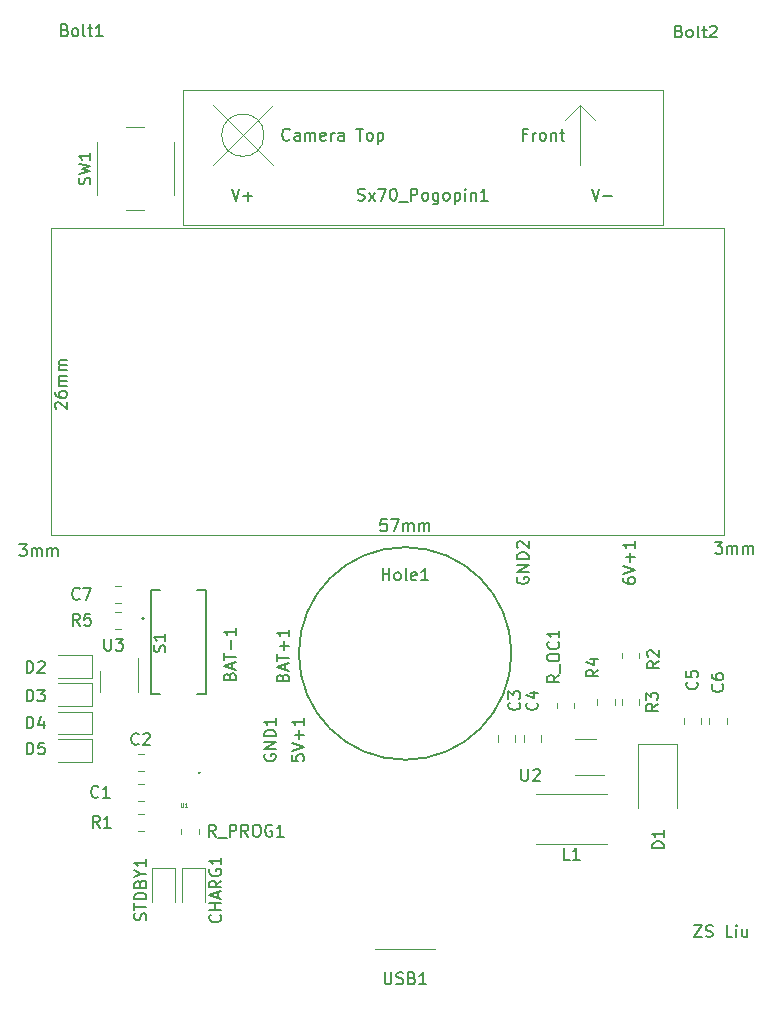
<source format=gbr>
%TF.GenerationSoftware,KiCad,Pcbnew,(6.0.7)*%
%TF.CreationDate,2023-03-26T23:22:16+08:00*%
%TF.ProjectId,sx70battery,73783730-6261-4747-9465-72792e6b6963,rev?*%
%TF.SameCoordinates,Original*%
%TF.FileFunction,Legend,Top*%
%TF.FilePolarity,Positive*%
%FSLAX46Y46*%
G04 Gerber Fmt 4.6, Leading zero omitted, Abs format (unit mm)*
G04 Created by KiCad (PCBNEW (6.0.7)) date 2023-03-26 23:22:16*
%MOMM*%
%LPD*%
G01*
G04 APERTURE LIST*
%ADD10C,0.150000*%
%ADD11C,0.050000*%
%ADD12C,0.080000*%
%ADD13C,0.120000*%
%ADD14C,0.254000*%
%ADD15C,0.127000*%
%ADD16C,0.200000*%
G04 APERTURE END LIST*
D10*
X159000000Y-100000000D02*
G75*
G03*
X159000000Y-100000000I-9000000J0D01*
G01*
D11*
X120000000Y-64000000D02*
X177000000Y-64000000D01*
X177000000Y-64000000D02*
X177000000Y-90000000D01*
X177000000Y-90000000D02*
X120000000Y-90000000D01*
X120000000Y-90000000D02*
X120000000Y-64000000D01*
D10*
X120447619Y-79295238D02*
X120400000Y-79247619D01*
X120352380Y-79152380D01*
X120352380Y-78914285D01*
X120400000Y-78819047D01*
X120447619Y-78771428D01*
X120542857Y-78723809D01*
X120638095Y-78723809D01*
X120780952Y-78771428D01*
X121352380Y-79342857D01*
X121352380Y-78723809D01*
X120352380Y-77866666D02*
X120352380Y-78057142D01*
X120400000Y-78152380D01*
X120447619Y-78200000D01*
X120590476Y-78295238D01*
X120780952Y-78342857D01*
X121161904Y-78342857D01*
X121257142Y-78295238D01*
X121304761Y-78247619D01*
X121352380Y-78152380D01*
X121352380Y-77961904D01*
X121304761Y-77866666D01*
X121257142Y-77819047D01*
X121161904Y-77771428D01*
X120923809Y-77771428D01*
X120828571Y-77819047D01*
X120780952Y-77866666D01*
X120733333Y-77961904D01*
X120733333Y-78152380D01*
X120780952Y-78247619D01*
X120828571Y-78295238D01*
X120923809Y-78342857D01*
X121352380Y-77342857D02*
X120685714Y-77342857D01*
X120780952Y-77342857D02*
X120733333Y-77295238D01*
X120685714Y-77200000D01*
X120685714Y-77057142D01*
X120733333Y-76961904D01*
X120828571Y-76914285D01*
X121352380Y-76914285D01*
X120828571Y-76914285D02*
X120733333Y-76866666D01*
X120685714Y-76771428D01*
X120685714Y-76628571D01*
X120733333Y-76533333D01*
X120828571Y-76485714D01*
X121352380Y-76485714D01*
X121352380Y-76009523D02*
X120685714Y-76009523D01*
X120780952Y-76009523D02*
X120733333Y-75961904D01*
X120685714Y-75866666D01*
X120685714Y-75723809D01*
X120733333Y-75628571D01*
X120828571Y-75580952D01*
X121352380Y-75580952D01*
X120828571Y-75580952D02*
X120733333Y-75533333D01*
X120685714Y-75438095D01*
X120685714Y-75295238D01*
X120733333Y-75200000D01*
X120828571Y-75152380D01*
X121352380Y-75152380D01*
X174464285Y-123002380D02*
X175130952Y-123002380D01*
X174464285Y-124002380D01*
X175130952Y-124002380D01*
X175464285Y-123954761D02*
X175607142Y-124002380D01*
X175845238Y-124002380D01*
X175940476Y-123954761D01*
X175988095Y-123907142D01*
X176035714Y-123811904D01*
X176035714Y-123716666D01*
X175988095Y-123621428D01*
X175940476Y-123573809D01*
X175845238Y-123526190D01*
X175654761Y-123478571D01*
X175559523Y-123430952D01*
X175511904Y-123383333D01*
X175464285Y-123288095D01*
X175464285Y-123192857D01*
X175511904Y-123097619D01*
X175559523Y-123050000D01*
X175654761Y-123002380D01*
X175892857Y-123002380D01*
X176035714Y-123050000D01*
X177702380Y-124002380D02*
X177226190Y-124002380D01*
X177226190Y-123002380D01*
X178035714Y-124002380D02*
X178035714Y-123335714D01*
X178035714Y-123002380D02*
X177988095Y-123050000D01*
X178035714Y-123097619D01*
X178083333Y-123050000D01*
X178035714Y-123002380D01*
X178035714Y-123097619D01*
X178940476Y-123335714D02*
X178940476Y-124002380D01*
X178511904Y-123335714D02*
X178511904Y-123859523D01*
X178559523Y-123954761D01*
X178654761Y-124002380D01*
X178797619Y-124002380D01*
X178892857Y-123954761D01*
X178940476Y-123907142D01*
X148428571Y-88652380D02*
X147952380Y-88652380D01*
X147904761Y-89128571D01*
X147952380Y-89080952D01*
X148047619Y-89033333D01*
X148285714Y-89033333D01*
X148380952Y-89080952D01*
X148428571Y-89128571D01*
X148476190Y-89223809D01*
X148476190Y-89461904D01*
X148428571Y-89557142D01*
X148380952Y-89604761D01*
X148285714Y-89652380D01*
X148047619Y-89652380D01*
X147952380Y-89604761D01*
X147904761Y-89557142D01*
X148809523Y-88652380D02*
X149476190Y-88652380D01*
X149047619Y-89652380D01*
X149857142Y-89652380D02*
X149857142Y-88985714D01*
X149857142Y-89080952D02*
X149904761Y-89033333D01*
X150000000Y-88985714D01*
X150142857Y-88985714D01*
X150238095Y-89033333D01*
X150285714Y-89128571D01*
X150285714Y-89652380D01*
X150285714Y-89128571D02*
X150333333Y-89033333D01*
X150428571Y-88985714D01*
X150571428Y-88985714D01*
X150666666Y-89033333D01*
X150714285Y-89128571D01*
X150714285Y-89652380D01*
X151190476Y-89652380D02*
X151190476Y-88985714D01*
X151190476Y-89080952D02*
X151238095Y-89033333D01*
X151333333Y-88985714D01*
X151476190Y-88985714D01*
X151571428Y-89033333D01*
X151619047Y-89128571D01*
X151619047Y-89652380D01*
X151619047Y-89128571D02*
X151666666Y-89033333D01*
X151761904Y-88985714D01*
X151904761Y-88985714D01*
X152000000Y-89033333D01*
X152047619Y-89128571D01*
X152047619Y-89652380D01*
X117333333Y-90752380D02*
X117952380Y-90752380D01*
X117619047Y-91133333D01*
X117761904Y-91133333D01*
X117857142Y-91180952D01*
X117904761Y-91228571D01*
X117952380Y-91323809D01*
X117952380Y-91561904D01*
X117904761Y-91657142D01*
X117857142Y-91704761D01*
X117761904Y-91752380D01*
X117476190Y-91752380D01*
X117380952Y-91704761D01*
X117333333Y-91657142D01*
X118380952Y-91752380D02*
X118380952Y-91085714D01*
X118380952Y-91180952D02*
X118428571Y-91133333D01*
X118523809Y-91085714D01*
X118666666Y-91085714D01*
X118761904Y-91133333D01*
X118809523Y-91228571D01*
X118809523Y-91752380D01*
X118809523Y-91228571D02*
X118857142Y-91133333D01*
X118952380Y-91085714D01*
X119095238Y-91085714D01*
X119190476Y-91133333D01*
X119238095Y-91228571D01*
X119238095Y-91752380D01*
X119714285Y-91752380D02*
X119714285Y-91085714D01*
X119714285Y-91180952D02*
X119761904Y-91133333D01*
X119857142Y-91085714D01*
X120000000Y-91085714D01*
X120095238Y-91133333D01*
X120142857Y-91228571D01*
X120142857Y-91752380D01*
X120142857Y-91228571D02*
X120190476Y-91133333D01*
X120285714Y-91085714D01*
X120428571Y-91085714D01*
X120523809Y-91133333D01*
X120571428Y-91228571D01*
X120571428Y-91752380D01*
X176233333Y-90552380D02*
X176852380Y-90552380D01*
X176519047Y-90933333D01*
X176661904Y-90933333D01*
X176757142Y-90980952D01*
X176804761Y-91028571D01*
X176852380Y-91123809D01*
X176852380Y-91361904D01*
X176804761Y-91457142D01*
X176757142Y-91504761D01*
X176661904Y-91552380D01*
X176376190Y-91552380D01*
X176280952Y-91504761D01*
X176233333Y-91457142D01*
X177280952Y-91552380D02*
X177280952Y-90885714D01*
X177280952Y-90980952D02*
X177328571Y-90933333D01*
X177423809Y-90885714D01*
X177566666Y-90885714D01*
X177661904Y-90933333D01*
X177709523Y-91028571D01*
X177709523Y-91552380D01*
X177709523Y-91028571D02*
X177757142Y-90933333D01*
X177852380Y-90885714D01*
X177995238Y-90885714D01*
X178090476Y-90933333D01*
X178138095Y-91028571D01*
X178138095Y-91552380D01*
X178614285Y-91552380D02*
X178614285Y-90885714D01*
X178614285Y-90980952D02*
X178661904Y-90933333D01*
X178757142Y-90885714D01*
X178900000Y-90885714D01*
X178995238Y-90933333D01*
X179042857Y-91028571D01*
X179042857Y-91552380D01*
X179042857Y-91028571D02*
X179090476Y-90933333D01*
X179185714Y-90885714D01*
X179328571Y-90885714D01*
X179423809Y-90933333D01*
X179471428Y-91028571D01*
X179471428Y-91552380D01*
%TO.C,C7*%
X122433333Y-95357142D02*
X122385714Y-95404761D01*
X122242857Y-95452380D01*
X122147619Y-95452380D01*
X122004761Y-95404761D01*
X121909523Y-95309523D01*
X121861904Y-95214285D01*
X121814285Y-95023809D01*
X121814285Y-94880952D01*
X121861904Y-94690476D01*
X121909523Y-94595238D01*
X122004761Y-94500000D01*
X122147619Y-94452380D01*
X122242857Y-94452380D01*
X122385714Y-94500000D01*
X122433333Y-94547619D01*
X122766666Y-94452380D02*
X123433333Y-94452380D01*
X123004761Y-95452380D01*
%TO.C,SW1*%
X123304761Y-60283333D02*
X123352380Y-60140476D01*
X123352380Y-59902380D01*
X123304761Y-59807142D01*
X123257142Y-59759523D01*
X123161904Y-59711904D01*
X123066666Y-59711904D01*
X122971428Y-59759523D01*
X122923809Y-59807142D01*
X122876190Y-59902380D01*
X122828571Y-60092857D01*
X122780952Y-60188095D01*
X122733333Y-60235714D01*
X122638095Y-60283333D01*
X122542857Y-60283333D01*
X122447619Y-60235714D01*
X122400000Y-60188095D01*
X122352380Y-60092857D01*
X122352380Y-59854761D01*
X122400000Y-59711904D01*
X122352380Y-59378571D02*
X123352380Y-59140476D01*
X122638095Y-58950000D01*
X123352380Y-58759523D01*
X122352380Y-58521428D01*
X123352380Y-57616666D02*
X123352380Y-58188095D01*
X123352380Y-57902380D02*
X122352380Y-57902380D01*
X122495238Y-57997619D01*
X122590476Y-58092857D01*
X122638095Y-58188095D01*
%TO.C,R4*%
X166352380Y-101366666D02*
X165876190Y-101700000D01*
X166352380Y-101938095D02*
X165352380Y-101938095D01*
X165352380Y-101557142D01*
X165400000Y-101461904D01*
X165447619Y-101414285D01*
X165542857Y-101366666D01*
X165685714Y-101366666D01*
X165780952Y-101414285D01*
X165828571Y-101461904D01*
X165876190Y-101557142D01*
X165876190Y-101938095D01*
X165685714Y-100509523D02*
X166352380Y-100509523D01*
X165304761Y-100747619D02*
X166019047Y-100985714D01*
X166019047Y-100366666D01*
%TO.C,U2*%
X159838095Y-109802380D02*
X159838095Y-110611904D01*
X159885714Y-110707142D01*
X159933333Y-110754761D01*
X160028571Y-110802380D01*
X160219047Y-110802380D01*
X160314285Y-110754761D01*
X160361904Y-110707142D01*
X160409523Y-110611904D01*
X160409523Y-109802380D01*
X160838095Y-109897619D02*
X160885714Y-109850000D01*
X160980952Y-109802380D01*
X161219047Y-109802380D01*
X161314285Y-109850000D01*
X161361904Y-109897619D01*
X161409523Y-109992857D01*
X161409523Y-110088095D01*
X161361904Y-110230952D01*
X160790476Y-110802380D01*
X161409523Y-110802380D01*
%TO.C,R_PROG1*%
X133953571Y-115502380D02*
X133620238Y-115026190D01*
X133382142Y-115502380D02*
X133382142Y-114502380D01*
X133763095Y-114502380D01*
X133858333Y-114550000D01*
X133905952Y-114597619D01*
X133953571Y-114692857D01*
X133953571Y-114835714D01*
X133905952Y-114930952D01*
X133858333Y-114978571D01*
X133763095Y-115026190D01*
X133382142Y-115026190D01*
X134144047Y-115597619D02*
X134905952Y-115597619D01*
X135144047Y-115502380D02*
X135144047Y-114502380D01*
X135525000Y-114502380D01*
X135620238Y-114550000D01*
X135667857Y-114597619D01*
X135715476Y-114692857D01*
X135715476Y-114835714D01*
X135667857Y-114930952D01*
X135620238Y-114978571D01*
X135525000Y-115026190D01*
X135144047Y-115026190D01*
X136715476Y-115502380D02*
X136382142Y-115026190D01*
X136144047Y-115502380D02*
X136144047Y-114502380D01*
X136525000Y-114502380D01*
X136620238Y-114550000D01*
X136667857Y-114597619D01*
X136715476Y-114692857D01*
X136715476Y-114835714D01*
X136667857Y-114930952D01*
X136620238Y-114978571D01*
X136525000Y-115026190D01*
X136144047Y-115026190D01*
X137334523Y-114502380D02*
X137525000Y-114502380D01*
X137620238Y-114550000D01*
X137715476Y-114645238D01*
X137763095Y-114835714D01*
X137763095Y-115169047D01*
X137715476Y-115359523D01*
X137620238Y-115454761D01*
X137525000Y-115502380D01*
X137334523Y-115502380D01*
X137239285Y-115454761D01*
X137144047Y-115359523D01*
X137096428Y-115169047D01*
X137096428Y-114835714D01*
X137144047Y-114645238D01*
X137239285Y-114550000D01*
X137334523Y-114502380D01*
X138715476Y-114550000D02*
X138620238Y-114502380D01*
X138477380Y-114502380D01*
X138334523Y-114550000D01*
X138239285Y-114645238D01*
X138191666Y-114740476D01*
X138144047Y-114930952D01*
X138144047Y-115073809D01*
X138191666Y-115264285D01*
X138239285Y-115359523D01*
X138334523Y-115454761D01*
X138477380Y-115502380D01*
X138572619Y-115502380D01*
X138715476Y-115454761D01*
X138763095Y-115407142D01*
X138763095Y-115073809D01*
X138572619Y-115073809D01*
X139715476Y-115502380D02*
X139144047Y-115502380D01*
X139429761Y-115502380D02*
X139429761Y-114502380D01*
X139334523Y-114645238D01*
X139239285Y-114740476D01*
X139144047Y-114788095D01*
%TO.C,L1*%
X163933333Y-117452380D02*
X163457142Y-117452380D01*
X163457142Y-116452380D01*
X164790476Y-117452380D02*
X164219047Y-117452380D01*
X164504761Y-117452380D02*
X164504761Y-116452380D01*
X164409523Y-116595238D01*
X164314285Y-116690476D01*
X164219047Y-116738095D01*
%TO.C,5V+1*%
X140422380Y-108600714D02*
X140422380Y-109076904D01*
X140898571Y-109124523D01*
X140850952Y-109076904D01*
X140803333Y-108981666D01*
X140803333Y-108743571D01*
X140850952Y-108648333D01*
X140898571Y-108600714D01*
X140993809Y-108553095D01*
X141231904Y-108553095D01*
X141327142Y-108600714D01*
X141374761Y-108648333D01*
X141422380Y-108743571D01*
X141422380Y-108981666D01*
X141374761Y-109076904D01*
X141327142Y-109124523D01*
X140422380Y-108267380D02*
X141422380Y-107934047D01*
X140422380Y-107600714D01*
X141041428Y-107267380D02*
X141041428Y-106505476D01*
X141422380Y-106886428D02*
X140660476Y-106886428D01*
X141422380Y-105505476D02*
X141422380Y-106076904D01*
X141422380Y-105791190D02*
X140422380Y-105791190D01*
X140565238Y-105886428D01*
X140660476Y-105981666D01*
X140708095Y-106076904D01*
%TO.C,C3*%
X159657142Y-104166666D02*
X159704761Y-104214285D01*
X159752380Y-104357142D01*
X159752380Y-104452380D01*
X159704761Y-104595238D01*
X159609523Y-104690476D01*
X159514285Y-104738095D01*
X159323809Y-104785714D01*
X159180952Y-104785714D01*
X158990476Y-104738095D01*
X158895238Y-104690476D01*
X158800000Y-104595238D01*
X158752380Y-104452380D01*
X158752380Y-104357142D01*
X158800000Y-104214285D01*
X158847619Y-104166666D01*
X158752380Y-103833333D02*
X158752380Y-103214285D01*
X159133333Y-103547619D01*
X159133333Y-103404761D01*
X159180952Y-103309523D01*
X159228571Y-103261904D01*
X159323809Y-103214285D01*
X159561904Y-103214285D01*
X159657142Y-103261904D01*
X159704761Y-103309523D01*
X159752380Y-103404761D01*
X159752380Y-103690476D01*
X159704761Y-103785714D01*
X159657142Y-103833333D01*
%TO.C,C5*%
X174707142Y-102416666D02*
X174754761Y-102464285D01*
X174802380Y-102607142D01*
X174802380Y-102702380D01*
X174754761Y-102845238D01*
X174659523Y-102940476D01*
X174564285Y-102988095D01*
X174373809Y-103035714D01*
X174230952Y-103035714D01*
X174040476Y-102988095D01*
X173945238Y-102940476D01*
X173850000Y-102845238D01*
X173802380Y-102702380D01*
X173802380Y-102607142D01*
X173850000Y-102464285D01*
X173897619Y-102416666D01*
X173802380Y-101511904D02*
X173802380Y-101988095D01*
X174278571Y-102035714D01*
X174230952Y-101988095D01*
X174183333Y-101892857D01*
X174183333Y-101654761D01*
X174230952Y-101559523D01*
X174278571Y-101511904D01*
X174373809Y-101464285D01*
X174611904Y-101464285D01*
X174707142Y-101511904D01*
X174754761Y-101559523D01*
X174802380Y-101654761D01*
X174802380Y-101892857D01*
X174754761Y-101988095D01*
X174707142Y-102035714D01*
%TO.C,USB1*%
X148261904Y-126992380D02*
X148261904Y-127801904D01*
X148309523Y-127897142D01*
X148357142Y-127944761D01*
X148452380Y-127992380D01*
X148642857Y-127992380D01*
X148738095Y-127944761D01*
X148785714Y-127897142D01*
X148833333Y-127801904D01*
X148833333Y-126992380D01*
X149261904Y-127944761D02*
X149404761Y-127992380D01*
X149642857Y-127992380D01*
X149738095Y-127944761D01*
X149785714Y-127897142D01*
X149833333Y-127801904D01*
X149833333Y-127706666D01*
X149785714Y-127611428D01*
X149738095Y-127563809D01*
X149642857Y-127516190D01*
X149452380Y-127468571D01*
X149357142Y-127420952D01*
X149309523Y-127373333D01*
X149261904Y-127278095D01*
X149261904Y-127182857D01*
X149309523Y-127087619D01*
X149357142Y-127040000D01*
X149452380Y-126992380D01*
X149690476Y-126992380D01*
X149833333Y-127040000D01*
X150595238Y-127468571D02*
X150738095Y-127516190D01*
X150785714Y-127563809D01*
X150833333Y-127659047D01*
X150833333Y-127801904D01*
X150785714Y-127897142D01*
X150738095Y-127944761D01*
X150642857Y-127992380D01*
X150261904Y-127992380D01*
X150261904Y-126992380D01*
X150595238Y-126992380D01*
X150690476Y-127040000D01*
X150738095Y-127087619D01*
X150785714Y-127182857D01*
X150785714Y-127278095D01*
X150738095Y-127373333D01*
X150690476Y-127420952D01*
X150595238Y-127468571D01*
X150261904Y-127468571D01*
X151785714Y-127992380D02*
X151214285Y-127992380D01*
X151500000Y-127992380D02*
X151500000Y-126992380D01*
X151404761Y-127135238D01*
X151309523Y-127230476D01*
X151214285Y-127278095D01*
%TO.C,Bolt2*%
X173195238Y-47318571D02*
X173338095Y-47366190D01*
X173385714Y-47413809D01*
X173433333Y-47509047D01*
X173433333Y-47651904D01*
X173385714Y-47747142D01*
X173338095Y-47794761D01*
X173242857Y-47842380D01*
X172861904Y-47842380D01*
X172861904Y-46842380D01*
X173195238Y-46842380D01*
X173290476Y-46890000D01*
X173338095Y-46937619D01*
X173385714Y-47032857D01*
X173385714Y-47128095D01*
X173338095Y-47223333D01*
X173290476Y-47270952D01*
X173195238Y-47318571D01*
X172861904Y-47318571D01*
X174004761Y-47842380D02*
X173909523Y-47794761D01*
X173861904Y-47747142D01*
X173814285Y-47651904D01*
X173814285Y-47366190D01*
X173861904Y-47270952D01*
X173909523Y-47223333D01*
X174004761Y-47175714D01*
X174147619Y-47175714D01*
X174242857Y-47223333D01*
X174290476Y-47270952D01*
X174338095Y-47366190D01*
X174338095Y-47651904D01*
X174290476Y-47747142D01*
X174242857Y-47794761D01*
X174147619Y-47842380D01*
X174004761Y-47842380D01*
X174909523Y-47842380D02*
X174814285Y-47794761D01*
X174766666Y-47699523D01*
X174766666Y-46842380D01*
X175147619Y-47175714D02*
X175528571Y-47175714D01*
X175290476Y-46842380D02*
X175290476Y-47699523D01*
X175338095Y-47794761D01*
X175433333Y-47842380D01*
X175528571Y-47842380D01*
X175814285Y-46937619D02*
X175861904Y-46890000D01*
X175957142Y-46842380D01*
X176195238Y-46842380D01*
X176290476Y-46890000D01*
X176338095Y-46937619D01*
X176385714Y-47032857D01*
X176385714Y-47128095D01*
X176338095Y-47270952D01*
X175766666Y-47842380D01*
X176385714Y-47842380D01*
%TO.C,C4*%
X161157142Y-104166666D02*
X161204761Y-104214285D01*
X161252380Y-104357142D01*
X161252380Y-104452380D01*
X161204761Y-104595238D01*
X161109523Y-104690476D01*
X161014285Y-104738095D01*
X160823809Y-104785714D01*
X160680952Y-104785714D01*
X160490476Y-104738095D01*
X160395238Y-104690476D01*
X160300000Y-104595238D01*
X160252380Y-104452380D01*
X160252380Y-104357142D01*
X160300000Y-104214285D01*
X160347619Y-104166666D01*
X160585714Y-103309523D02*
X161252380Y-103309523D01*
X160204761Y-103547619D02*
X160919047Y-103785714D01*
X160919047Y-103166666D01*
%TO.C,R1*%
X124133333Y-114752380D02*
X123800000Y-114276190D01*
X123561904Y-114752380D02*
X123561904Y-113752380D01*
X123942857Y-113752380D01*
X124038095Y-113800000D01*
X124085714Y-113847619D01*
X124133333Y-113942857D01*
X124133333Y-114085714D01*
X124085714Y-114180952D01*
X124038095Y-114228571D01*
X123942857Y-114276190D01*
X123561904Y-114276190D01*
X125085714Y-114752380D02*
X124514285Y-114752380D01*
X124800000Y-114752380D02*
X124800000Y-113752380D01*
X124704761Y-113895238D01*
X124609523Y-113990476D01*
X124514285Y-114038095D01*
%TO.C,STDBY1*%
X128039761Y-122586428D02*
X128087380Y-122443571D01*
X128087380Y-122205476D01*
X128039761Y-122110238D01*
X127992142Y-122062619D01*
X127896904Y-122015000D01*
X127801666Y-122015000D01*
X127706428Y-122062619D01*
X127658809Y-122110238D01*
X127611190Y-122205476D01*
X127563571Y-122395952D01*
X127515952Y-122491190D01*
X127468333Y-122538809D01*
X127373095Y-122586428D01*
X127277857Y-122586428D01*
X127182619Y-122538809D01*
X127135000Y-122491190D01*
X127087380Y-122395952D01*
X127087380Y-122157857D01*
X127135000Y-122015000D01*
X127087380Y-121729285D02*
X127087380Y-121157857D01*
X128087380Y-121443571D02*
X127087380Y-121443571D01*
X128087380Y-120824523D02*
X127087380Y-120824523D01*
X127087380Y-120586428D01*
X127135000Y-120443571D01*
X127230238Y-120348333D01*
X127325476Y-120300714D01*
X127515952Y-120253095D01*
X127658809Y-120253095D01*
X127849285Y-120300714D01*
X127944523Y-120348333D01*
X128039761Y-120443571D01*
X128087380Y-120586428D01*
X128087380Y-120824523D01*
X127563571Y-119491190D02*
X127611190Y-119348333D01*
X127658809Y-119300714D01*
X127754047Y-119253095D01*
X127896904Y-119253095D01*
X127992142Y-119300714D01*
X128039761Y-119348333D01*
X128087380Y-119443571D01*
X128087380Y-119824523D01*
X127087380Y-119824523D01*
X127087380Y-119491190D01*
X127135000Y-119395952D01*
X127182619Y-119348333D01*
X127277857Y-119300714D01*
X127373095Y-119300714D01*
X127468333Y-119348333D01*
X127515952Y-119395952D01*
X127563571Y-119491190D01*
X127563571Y-119824523D01*
X127611190Y-118634047D02*
X128087380Y-118634047D01*
X127087380Y-118967380D02*
X127611190Y-118634047D01*
X127087380Y-118300714D01*
X128087380Y-117443571D02*
X128087380Y-118015000D01*
X128087380Y-117729285D02*
X127087380Y-117729285D01*
X127230238Y-117824523D01*
X127325476Y-117919761D01*
X127373095Y-118015000D01*
%TO.C,Sx70_Pogopin1*%
X146000000Y-61604761D02*
X146142857Y-61652380D01*
X146380952Y-61652380D01*
X146476190Y-61604761D01*
X146523809Y-61557142D01*
X146571428Y-61461904D01*
X146571428Y-61366666D01*
X146523809Y-61271428D01*
X146476190Y-61223809D01*
X146380952Y-61176190D01*
X146190476Y-61128571D01*
X146095238Y-61080952D01*
X146047619Y-61033333D01*
X146000000Y-60938095D01*
X146000000Y-60842857D01*
X146047619Y-60747619D01*
X146095238Y-60700000D01*
X146190476Y-60652380D01*
X146428571Y-60652380D01*
X146571428Y-60700000D01*
X146904761Y-61652380D02*
X147428571Y-60985714D01*
X146904761Y-60985714D02*
X147428571Y-61652380D01*
X147714285Y-60652380D02*
X148380952Y-60652380D01*
X147952380Y-61652380D01*
X148952380Y-60652380D02*
X149047619Y-60652380D01*
X149142857Y-60700000D01*
X149190476Y-60747619D01*
X149238095Y-60842857D01*
X149285714Y-61033333D01*
X149285714Y-61271428D01*
X149238095Y-61461904D01*
X149190476Y-61557142D01*
X149142857Y-61604761D01*
X149047619Y-61652380D01*
X148952380Y-61652380D01*
X148857142Y-61604761D01*
X148809523Y-61557142D01*
X148761904Y-61461904D01*
X148714285Y-61271428D01*
X148714285Y-61033333D01*
X148761904Y-60842857D01*
X148809523Y-60747619D01*
X148857142Y-60700000D01*
X148952380Y-60652380D01*
X149476190Y-61747619D02*
X150238095Y-61747619D01*
X150476190Y-61652380D02*
X150476190Y-60652380D01*
X150857142Y-60652380D01*
X150952380Y-60700000D01*
X151000000Y-60747619D01*
X151047619Y-60842857D01*
X151047619Y-60985714D01*
X151000000Y-61080952D01*
X150952380Y-61128571D01*
X150857142Y-61176190D01*
X150476190Y-61176190D01*
X151619047Y-61652380D02*
X151523809Y-61604761D01*
X151476190Y-61557142D01*
X151428571Y-61461904D01*
X151428571Y-61176190D01*
X151476190Y-61080952D01*
X151523809Y-61033333D01*
X151619047Y-60985714D01*
X151761904Y-60985714D01*
X151857142Y-61033333D01*
X151904761Y-61080952D01*
X151952380Y-61176190D01*
X151952380Y-61461904D01*
X151904761Y-61557142D01*
X151857142Y-61604761D01*
X151761904Y-61652380D01*
X151619047Y-61652380D01*
X152809523Y-60985714D02*
X152809523Y-61795238D01*
X152761904Y-61890476D01*
X152714285Y-61938095D01*
X152619047Y-61985714D01*
X152476190Y-61985714D01*
X152380952Y-61938095D01*
X152809523Y-61604761D02*
X152714285Y-61652380D01*
X152523809Y-61652380D01*
X152428571Y-61604761D01*
X152380952Y-61557142D01*
X152333333Y-61461904D01*
X152333333Y-61176190D01*
X152380952Y-61080952D01*
X152428571Y-61033333D01*
X152523809Y-60985714D01*
X152714285Y-60985714D01*
X152809523Y-61033333D01*
X153428571Y-61652380D02*
X153333333Y-61604761D01*
X153285714Y-61557142D01*
X153238095Y-61461904D01*
X153238095Y-61176190D01*
X153285714Y-61080952D01*
X153333333Y-61033333D01*
X153428571Y-60985714D01*
X153571428Y-60985714D01*
X153666666Y-61033333D01*
X153714285Y-61080952D01*
X153761904Y-61176190D01*
X153761904Y-61461904D01*
X153714285Y-61557142D01*
X153666666Y-61604761D01*
X153571428Y-61652380D01*
X153428571Y-61652380D01*
X154190476Y-60985714D02*
X154190476Y-61985714D01*
X154190476Y-61033333D02*
X154285714Y-60985714D01*
X154476190Y-60985714D01*
X154571428Y-61033333D01*
X154619047Y-61080952D01*
X154666666Y-61176190D01*
X154666666Y-61461904D01*
X154619047Y-61557142D01*
X154571428Y-61604761D01*
X154476190Y-61652380D01*
X154285714Y-61652380D01*
X154190476Y-61604761D01*
X155095238Y-61652380D02*
X155095238Y-60985714D01*
X155095238Y-60652380D02*
X155047619Y-60700000D01*
X155095238Y-60747619D01*
X155142857Y-60700000D01*
X155095238Y-60652380D01*
X155095238Y-60747619D01*
X155571428Y-60985714D02*
X155571428Y-61652380D01*
X155571428Y-61080952D02*
X155619047Y-61033333D01*
X155714285Y-60985714D01*
X155857142Y-60985714D01*
X155952380Y-61033333D01*
X156000000Y-61128571D01*
X156000000Y-61652380D01*
X157000000Y-61652380D02*
X156428571Y-61652380D01*
X156714285Y-61652380D02*
X156714285Y-60652380D01*
X156619047Y-60795238D01*
X156523809Y-60890476D01*
X156428571Y-60938095D01*
X140213333Y-56477142D02*
X140165714Y-56524761D01*
X140022857Y-56572380D01*
X139927619Y-56572380D01*
X139784761Y-56524761D01*
X139689523Y-56429523D01*
X139641904Y-56334285D01*
X139594285Y-56143809D01*
X139594285Y-56000952D01*
X139641904Y-55810476D01*
X139689523Y-55715238D01*
X139784761Y-55620000D01*
X139927619Y-55572380D01*
X140022857Y-55572380D01*
X140165714Y-55620000D01*
X140213333Y-55667619D01*
X141070476Y-56572380D02*
X141070476Y-56048571D01*
X141022857Y-55953333D01*
X140927619Y-55905714D01*
X140737142Y-55905714D01*
X140641904Y-55953333D01*
X141070476Y-56524761D02*
X140975238Y-56572380D01*
X140737142Y-56572380D01*
X140641904Y-56524761D01*
X140594285Y-56429523D01*
X140594285Y-56334285D01*
X140641904Y-56239047D01*
X140737142Y-56191428D01*
X140975238Y-56191428D01*
X141070476Y-56143809D01*
X141546666Y-56572380D02*
X141546666Y-55905714D01*
X141546666Y-56000952D02*
X141594285Y-55953333D01*
X141689523Y-55905714D01*
X141832380Y-55905714D01*
X141927619Y-55953333D01*
X141975238Y-56048571D01*
X141975238Y-56572380D01*
X141975238Y-56048571D02*
X142022857Y-55953333D01*
X142118095Y-55905714D01*
X142260952Y-55905714D01*
X142356190Y-55953333D01*
X142403809Y-56048571D01*
X142403809Y-56572380D01*
X143260952Y-56524761D02*
X143165714Y-56572380D01*
X142975238Y-56572380D01*
X142880000Y-56524761D01*
X142832380Y-56429523D01*
X142832380Y-56048571D01*
X142880000Y-55953333D01*
X142975238Y-55905714D01*
X143165714Y-55905714D01*
X143260952Y-55953333D01*
X143308571Y-56048571D01*
X143308571Y-56143809D01*
X142832380Y-56239047D01*
X143737142Y-56572380D02*
X143737142Y-55905714D01*
X143737142Y-56096190D02*
X143784761Y-56000952D01*
X143832380Y-55953333D01*
X143927619Y-55905714D01*
X144022857Y-55905714D01*
X144784761Y-56572380D02*
X144784761Y-56048571D01*
X144737142Y-55953333D01*
X144641904Y-55905714D01*
X144451428Y-55905714D01*
X144356190Y-55953333D01*
X144784761Y-56524761D02*
X144689523Y-56572380D01*
X144451428Y-56572380D01*
X144356190Y-56524761D01*
X144308571Y-56429523D01*
X144308571Y-56334285D01*
X144356190Y-56239047D01*
X144451428Y-56191428D01*
X144689523Y-56191428D01*
X144784761Y-56143809D01*
X145880000Y-55572380D02*
X146451428Y-55572380D01*
X146165714Y-56572380D02*
X146165714Y-55572380D01*
X146927619Y-56572380D02*
X146832380Y-56524761D01*
X146784761Y-56477142D01*
X146737142Y-56381904D01*
X146737142Y-56096190D01*
X146784761Y-56000952D01*
X146832380Y-55953333D01*
X146927619Y-55905714D01*
X147070476Y-55905714D01*
X147165714Y-55953333D01*
X147213333Y-56000952D01*
X147260952Y-56096190D01*
X147260952Y-56381904D01*
X147213333Y-56477142D01*
X147165714Y-56524761D01*
X147070476Y-56572380D01*
X146927619Y-56572380D01*
X147689523Y-55905714D02*
X147689523Y-56905714D01*
X147689523Y-55953333D02*
X147784761Y-55905714D01*
X147975238Y-55905714D01*
X148070476Y-55953333D01*
X148118095Y-56000952D01*
X148165714Y-56096190D01*
X148165714Y-56381904D01*
X148118095Y-56477142D01*
X148070476Y-56524761D01*
X147975238Y-56572380D01*
X147784761Y-56572380D01*
X147689523Y-56524761D01*
X160302857Y-56048571D02*
X159969523Y-56048571D01*
X159969523Y-56572380D02*
X159969523Y-55572380D01*
X160445714Y-55572380D01*
X160826666Y-56572380D02*
X160826666Y-55905714D01*
X160826666Y-56096190D02*
X160874285Y-56000952D01*
X160921904Y-55953333D01*
X161017142Y-55905714D01*
X161112380Y-55905714D01*
X161588571Y-56572380D02*
X161493333Y-56524761D01*
X161445714Y-56477142D01*
X161398095Y-56381904D01*
X161398095Y-56096190D01*
X161445714Y-56000952D01*
X161493333Y-55953333D01*
X161588571Y-55905714D01*
X161731428Y-55905714D01*
X161826666Y-55953333D01*
X161874285Y-56000952D01*
X161921904Y-56096190D01*
X161921904Y-56381904D01*
X161874285Y-56477142D01*
X161826666Y-56524761D01*
X161731428Y-56572380D01*
X161588571Y-56572380D01*
X162350476Y-55905714D02*
X162350476Y-56572380D01*
X162350476Y-56000952D02*
X162398095Y-55953333D01*
X162493333Y-55905714D01*
X162636190Y-55905714D01*
X162731428Y-55953333D01*
X162779047Y-56048571D01*
X162779047Y-56572380D01*
X163112380Y-55905714D02*
X163493333Y-55905714D01*
X163255238Y-55572380D02*
X163255238Y-56429523D01*
X163302857Y-56524761D01*
X163398095Y-56572380D01*
X163493333Y-56572380D01*
X135307619Y-60652380D02*
X135640952Y-61652380D01*
X135974285Y-60652380D01*
X136307619Y-61271428D02*
X137069523Y-61271428D01*
X136688571Y-61652380D02*
X136688571Y-60890476D01*
X165787619Y-60652380D02*
X166120952Y-61652380D01*
X166454285Y-60652380D01*
X166787619Y-61271428D02*
X167549523Y-61271428D01*
D12*
%TO.C,U1*%
X131010690Y-112676961D02*
X131010690Y-112936009D01*
X131025928Y-112966485D01*
X131041166Y-112981723D01*
X131071642Y-112996961D01*
X131132595Y-112996961D01*
X131163071Y-112981723D01*
X131178309Y-112966485D01*
X131193547Y-112936009D01*
X131193547Y-112676961D01*
X131513547Y-112996961D02*
X131330690Y-112996961D01*
X131422119Y-112996961D02*
X131422119Y-112676961D01*
X131391642Y-112722676D01*
X131361166Y-112753152D01*
X131330690Y-112768390D01*
D10*
%TO.C,BAT-1*%
X135133571Y-101933333D02*
X135181190Y-101790476D01*
X135228809Y-101742857D01*
X135324047Y-101695238D01*
X135466904Y-101695238D01*
X135562142Y-101742857D01*
X135609761Y-101790476D01*
X135657380Y-101885714D01*
X135657380Y-102266666D01*
X134657380Y-102266666D01*
X134657380Y-101933333D01*
X134705000Y-101838095D01*
X134752619Y-101790476D01*
X134847857Y-101742857D01*
X134943095Y-101742857D01*
X135038333Y-101790476D01*
X135085952Y-101838095D01*
X135133571Y-101933333D01*
X135133571Y-102266666D01*
X135371666Y-101314285D02*
X135371666Y-100838095D01*
X135657380Y-101409523D02*
X134657380Y-101076190D01*
X135657380Y-100742857D01*
X134657380Y-100552380D02*
X134657380Y-99980952D01*
X135657380Y-100266666D02*
X134657380Y-100266666D01*
X135276428Y-99647619D02*
X135276428Y-98885714D01*
X135657380Y-97885714D02*
X135657380Y-98457142D01*
X135657380Y-98171428D02*
X134657380Y-98171428D01*
X134800238Y-98266666D01*
X134895476Y-98361904D01*
X134943095Y-98457142D01*
%TO.C,R2*%
X171502380Y-100666666D02*
X171026190Y-101000000D01*
X171502380Y-101238095D02*
X170502380Y-101238095D01*
X170502380Y-100857142D01*
X170550000Y-100761904D01*
X170597619Y-100714285D01*
X170692857Y-100666666D01*
X170835714Y-100666666D01*
X170930952Y-100714285D01*
X170978571Y-100761904D01*
X171026190Y-100857142D01*
X171026190Y-101238095D01*
X170597619Y-100285714D02*
X170550000Y-100238095D01*
X170502380Y-100142857D01*
X170502380Y-99904761D01*
X170550000Y-99809523D01*
X170597619Y-99761904D01*
X170692857Y-99714285D01*
X170788095Y-99714285D01*
X170930952Y-99761904D01*
X171502380Y-100333333D01*
X171502380Y-99714285D01*
%TO.C,GND1*%
X138110000Y-108553095D02*
X138062380Y-108648333D01*
X138062380Y-108791190D01*
X138110000Y-108934047D01*
X138205238Y-109029285D01*
X138300476Y-109076904D01*
X138490952Y-109124523D01*
X138633809Y-109124523D01*
X138824285Y-109076904D01*
X138919523Y-109029285D01*
X139014761Y-108934047D01*
X139062380Y-108791190D01*
X139062380Y-108695952D01*
X139014761Y-108553095D01*
X138967142Y-108505476D01*
X138633809Y-108505476D01*
X138633809Y-108695952D01*
X139062380Y-108076904D02*
X138062380Y-108076904D01*
X139062380Y-107505476D01*
X138062380Y-107505476D01*
X139062380Y-107029285D02*
X138062380Y-107029285D01*
X138062380Y-106791190D01*
X138110000Y-106648333D01*
X138205238Y-106553095D01*
X138300476Y-106505476D01*
X138490952Y-106457857D01*
X138633809Y-106457857D01*
X138824285Y-106505476D01*
X138919523Y-106553095D01*
X139014761Y-106648333D01*
X139062380Y-106791190D01*
X139062380Y-107029285D01*
X139062380Y-105505476D02*
X139062380Y-106076904D01*
X139062380Y-105791190D02*
X138062380Y-105791190D01*
X138205238Y-105886428D01*
X138300476Y-105981666D01*
X138348095Y-106076904D01*
%TO.C,C1*%
X124033333Y-112117142D02*
X123985714Y-112164761D01*
X123842857Y-112212380D01*
X123747619Y-112212380D01*
X123604761Y-112164761D01*
X123509523Y-112069523D01*
X123461904Y-111974285D01*
X123414285Y-111783809D01*
X123414285Y-111640952D01*
X123461904Y-111450476D01*
X123509523Y-111355238D01*
X123604761Y-111260000D01*
X123747619Y-111212380D01*
X123842857Y-111212380D01*
X123985714Y-111260000D01*
X124033333Y-111307619D01*
X124985714Y-112212380D02*
X124414285Y-112212380D01*
X124700000Y-112212380D02*
X124700000Y-111212380D01*
X124604761Y-111355238D01*
X124509523Y-111450476D01*
X124414285Y-111498095D01*
%TO.C,CHARG1*%
X134342142Y-122134047D02*
X134389761Y-122181666D01*
X134437380Y-122324523D01*
X134437380Y-122419761D01*
X134389761Y-122562619D01*
X134294523Y-122657857D01*
X134199285Y-122705476D01*
X134008809Y-122753095D01*
X133865952Y-122753095D01*
X133675476Y-122705476D01*
X133580238Y-122657857D01*
X133485000Y-122562619D01*
X133437380Y-122419761D01*
X133437380Y-122324523D01*
X133485000Y-122181666D01*
X133532619Y-122134047D01*
X134437380Y-121705476D02*
X133437380Y-121705476D01*
X133913571Y-121705476D02*
X133913571Y-121134047D01*
X134437380Y-121134047D02*
X133437380Y-121134047D01*
X134151666Y-120705476D02*
X134151666Y-120229285D01*
X134437380Y-120800714D02*
X133437380Y-120467380D01*
X134437380Y-120134047D01*
X134437380Y-119229285D02*
X133961190Y-119562619D01*
X134437380Y-119800714D02*
X133437380Y-119800714D01*
X133437380Y-119419761D01*
X133485000Y-119324523D01*
X133532619Y-119276904D01*
X133627857Y-119229285D01*
X133770714Y-119229285D01*
X133865952Y-119276904D01*
X133913571Y-119324523D01*
X133961190Y-119419761D01*
X133961190Y-119800714D01*
X133485000Y-118276904D02*
X133437380Y-118372142D01*
X133437380Y-118515000D01*
X133485000Y-118657857D01*
X133580238Y-118753095D01*
X133675476Y-118800714D01*
X133865952Y-118848333D01*
X134008809Y-118848333D01*
X134199285Y-118800714D01*
X134294523Y-118753095D01*
X134389761Y-118657857D01*
X134437380Y-118515000D01*
X134437380Y-118419761D01*
X134389761Y-118276904D01*
X134342142Y-118229285D01*
X134008809Y-118229285D01*
X134008809Y-118419761D01*
X134437380Y-117276904D02*
X134437380Y-117848333D01*
X134437380Y-117562619D02*
X133437380Y-117562619D01*
X133580238Y-117657857D01*
X133675476Y-117753095D01*
X133723095Y-117848333D01*
%TO.C,S1*%
X129664761Y-99871904D02*
X129712380Y-99729047D01*
X129712380Y-99490952D01*
X129664761Y-99395714D01*
X129617142Y-99348095D01*
X129521904Y-99300476D01*
X129426666Y-99300476D01*
X129331428Y-99348095D01*
X129283809Y-99395714D01*
X129236190Y-99490952D01*
X129188571Y-99681428D01*
X129140952Y-99776666D01*
X129093333Y-99824285D01*
X128998095Y-99871904D01*
X128902857Y-99871904D01*
X128807619Y-99824285D01*
X128760000Y-99776666D01*
X128712380Y-99681428D01*
X128712380Y-99443333D01*
X128760000Y-99300476D01*
X129712380Y-98348095D02*
X129712380Y-98919523D01*
X129712380Y-98633809D02*
X128712380Y-98633809D01*
X128855238Y-98729047D01*
X128950476Y-98824285D01*
X128998095Y-98919523D01*
%TO.C,D2*%
X117961904Y-101652380D02*
X117961904Y-100652380D01*
X118200000Y-100652380D01*
X118342857Y-100700000D01*
X118438095Y-100795238D01*
X118485714Y-100890476D01*
X118533333Y-101080952D01*
X118533333Y-101223809D01*
X118485714Y-101414285D01*
X118438095Y-101509523D01*
X118342857Y-101604761D01*
X118200000Y-101652380D01*
X117961904Y-101652380D01*
X118914285Y-100747619D02*
X118961904Y-100700000D01*
X119057142Y-100652380D01*
X119295238Y-100652380D01*
X119390476Y-100700000D01*
X119438095Y-100747619D01*
X119485714Y-100842857D01*
X119485714Y-100938095D01*
X119438095Y-101080952D01*
X118866666Y-101652380D01*
X119485714Y-101652380D01*
%TO.C,Hole1*%
X148095238Y-93797380D02*
X148095238Y-92797380D01*
X148095238Y-93273571D02*
X148666666Y-93273571D01*
X148666666Y-93797380D02*
X148666666Y-92797380D01*
X149285714Y-93797380D02*
X149190476Y-93749761D01*
X149142857Y-93702142D01*
X149095238Y-93606904D01*
X149095238Y-93321190D01*
X149142857Y-93225952D01*
X149190476Y-93178333D01*
X149285714Y-93130714D01*
X149428571Y-93130714D01*
X149523809Y-93178333D01*
X149571428Y-93225952D01*
X149619047Y-93321190D01*
X149619047Y-93606904D01*
X149571428Y-93702142D01*
X149523809Y-93749761D01*
X149428571Y-93797380D01*
X149285714Y-93797380D01*
X150190476Y-93797380D02*
X150095238Y-93749761D01*
X150047619Y-93654523D01*
X150047619Y-92797380D01*
X150952380Y-93749761D02*
X150857142Y-93797380D01*
X150666666Y-93797380D01*
X150571428Y-93749761D01*
X150523809Y-93654523D01*
X150523809Y-93273571D01*
X150571428Y-93178333D01*
X150666666Y-93130714D01*
X150857142Y-93130714D01*
X150952380Y-93178333D01*
X151000000Y-93273571D01*
X151000000Y-93368809D01*
X150523809Y-93464047D01*
X151952380Y-93797380D02*
X151380952Y-93797380D01*
X151666666Y-93797380D02*
X151666666Y-92797380D01*
X151571428Y-92940238D01*
X151476190Y-93035476D01*
X151380952Y-93083095D01*
%TO.C,BAT+1*%
X139628571Y-102033333D02*
X139676190Y-101890476D01*
X139723809Y-101842857D01*
X139819047Y-101795238D01*
X139961904Y-101795238D01*
X140057142Y-101842857D01*
X140104761Y-101890476D01*
X140152380Y-101985714D01*
X140152380Y-102366666D01*
X139152380Y-102366666D01*
X139152380Y-102033333D01*
X139200000Y-101938095D01*
X139247619Y-101890476D01*
X139342857Y-101842857D01*
X139438095Y-101842857D01*
X139533333Y-101890476D01*
X139580952Y-101938095D01*
X139628571Y-102033333D01*
X139628571Y-102366666D01*
X139866666Y-101414285D02*
X139866666Y-100938095D01*
X140152380Y-101509523D02*
X139152380Y-101176190D01*
X140152380Y-100842857D01*
X139152380Y-100652380D02*
X139152380Y-100080952D01*
X140152380Y-100366666D02*
X139152380Y-100366666D01*
X139771428Y-99747619D02*
X139771428Y-98985714D01*
X140152380Y-99366666D02*
X139390476Y-99366666D01*
X140152380Y-97985714D02*
X140152380Y-98557142D01*
X140152380Y-98271428D02*
X139152380Y-98271428D01*
X139295238Y-98366666D01*
X139390476Y-98461904D01*
X139438095Y-98557142D01*
%TO.C,6V+1*%
X168452380Y-93633333D02*
X168452380Y-93823809D01*
X168500000Y-93919047D01*
X168547619Y-93966666D01*
X168690476Y-94061904D01*
X168880952Y-94109523D01*
X169261904Y-94109523D01*
X169357142Y-94061904D01*
X169404761Y-94014285D01*
X169452380Y-93919047D01*
X169452380Y-93728571D01*
X169404761Y-93633333D01*
X169357142Y-93585714D01*
X169261904Y-93538095D01*
X169023809Y-93538095D01*
X168928571Y-93585714D01*
X168880952Y-93633333D01*
X168833333Y-93728571D01*
X168833333Y-93919047D01*
X168880952Y-94014285D01*
X168928571Y-94061904D01*
X169023809Y-94109523D01*
X168452380Y-93252380D02*
X169452380Y-92919047D01*
X168452380Y-92585714D01*
X169071428Y-92252380D02*
X169071428Y-91490476D01*
X169452380Y-91871428D02*
X168690476Y-91871428D01*
X169452380Y-90490476D02*
X169452380Y-91061904D01*
X169452380Y-90776190D02*
X168452380Y-90776190D01*
X168595238Y-90871428D01*
X168690476Y-90966666D01*
X168738095Y-91061904D01*
%TO.C,U3*%
X124538095Y-98752380D02*
X124538095Y-99561904D01*
X124585714Y-99657142D01*
X124633333Y-99704761D01*
X124728571Y-99752380D01*
X124919047Y-99752380D01*
X125014285Y-99704761D01*
X125061904Y-99657142D01*
X125109523Y-99561904D01*
X125109523Y-98752380D01*
X125490476Y-98752380D02*
X126109523Y-98752380D01*
X125776190Y-99133333D01*
X125919047Y-99133333D01*
X126014285Y-99180952D01*
X126061904Y-99228571D01*
X126109523Y-99323809D01*
X126109523Y-99561904D01*
X126061904Y-99657142D01*
X126014285Y-99704761D01*
X125919047Y-99752380D01*
X125633333Y-99752380D01*
X125538095Y-99704761D01*
X125490476Y-99657142D01*
%TO.C,R3*%
X171402380Y-104266666D02*
X170926190Y-104600000D01*
X171402380Y-104838095D02*
X170402380Y-104838095D01*
X170402380Y-104457142D01*
X170450000Y-104361904D01*
X170497619Y-104314285D01*
X170592857Y-104266666D01*
X170735714Y-104266666D01*
X170830952Y-104314285D01*
X170878571Y-104361904D01*
X170926190Y-104457142D01*
X170926190Y-104838095D01*
X170402380Y-103933333D02*
X170402380Y-103314285D01*
X170783333Y-103647619D01*
X170783333Y-103504761D01*
X170830952Y-103409523D01*
X170878571Y-103361904D01*
X170973809Y-103314285D01*
X171211904Y-103314285D01*
X171307142Y-103361904D01*
X171354761Y-103409523D01*
X171402380Y-103504761D01*
X171402380Y-103790476D01*
X171354761Y-103885714D01*
X171307142Y-103933333D01*
%TO.C,D4*%
X117961904Y-106352380D02*
X117961904Y-105352380D01*
X118200000Y-105352380D01*
X118342857Y-105400000D01*
X118438095Y-105495238D01*
X118485714Y-105590476D01*
X118533333Y-105780952D01*
X118533333Y-105923809D01*
X118485714Y-106114285D01*
X118438095Y-106209523D01*
X118342857Y-106304761D01*
X118200000Y-106352380D01*
X117961904Y-106352380D01*
X119390476Y-105685714D02*
X119390476Y-106352380D01*
X119152380Y-105304761D02*
X118914285Y-106019047D01*
X119533333Y-106019047D01*
%TO.C,Bolt1*%
X121195238Y-47218571D02*
X121338095Y-47266190D01*
X121385714Y-47313809D01*
X121433333Y-47409047D01*
X121433333Y-47551904D01*
X121385714Y-47647142D01*
X121338095Y-47694761D01*
X121242857Y-47742380D01*
X120861904Y-47742380D01*
X120861904Y-46742380D01*
X121195238Y-46742380D01*
X121290476Y-46790000D01*
X121338095Y-46837619D01*
X121385714Y-46932857D01*
X121385714Y-47028095D01*
X121338095Y-47123333D01*
X121290476Y-47170952D01*
X121195238Y-47218571D01*
X120861904Y-47218571D01*
X122004761Y-47742380D02*
X121909523Y-47694761D01*
X121861904Y-47647142D01*
X121814285Y-47551904D01*
X121814285Y-47266190D01*
X121861904Y-47170952D01*
X121909523Y-47123333D01*
X122004761Y-47075714D01*
X122147619Y-47075714D01*
X122242857Y-47123333D01*
X122290476Y-47170952D01*
X122338095Y-47266190D01*
X122338095Y-47551904D01*
X122290476Y-47647142D01*
X122242857Y-47694761D01*
X122147619Y-47742380D01*
X122004761Y-47742380D01*
X122909523Y-47742380D02*
X122814285Y-47694761D01*
X122766666Y-47599523D01*
X122766666Y-46742380D01*
X123147619Y-47075714D02*
X123528571Y-47075714D01*
X123290476Y-46742380D02*
X123290476Y-47599523D01*
X123338095Y-47694761D01*
X123433333Y-47742380D01*
X123528571Y-47742380D01*
X124385714Y-47742380D02*
X123814285Y-47742380D01*
X124100000Y-47742380D02*
X124100000Y-46742380D01*
X124004761Y-46885238D01*
X123909523Y-46980476D01*
X123814285Y-47028095D01*
%TO.C,D1*%
X171902380Y-116488095D02*
X170902380Y-116488095D01*
X170902380Y-116250000D01*
X170950000Y-116107142D01*
X171045238Y-116011904D01*
X171140476Y-115964285D01*
X171330952Y-115916666D01*
X171473809Y-115916666D01*
X171664285Y-115964285D01*
X171759523Y-116011904D01*
X171854761Y-116107142D01*
X171902380Y-116250000D01*
X171902380Y-116488095D01*
X171902380Y-114964285D02*
X171902380Y-115535714D01*
X171902380Y-115250000D02*
X170902380Y-115250000D01*
X171045238Y-115345238D01*
X171140476Y-115440476D01*
X171188095Y-115535714D01*
%TO.C,C6*%
X176857142Y-102616666D02*
X176904761Y-102664285D01*
X176952380Y-102807142D01*
X176952380Y-102902380D01*
X176904761Y-103045238D01*
X176809523Y-103140476D01*
X176714285Y-103188095D01*
X176523809Y-103235714D01*
X176380952Y-103235714D01*
X176190476Y-103188095D01*
X176095238Y-103140476D01*
X176000000Y-103045238D01*
X175952380Y-102902380D01*
X175952380Y-102807142D01*
X176000000Y-102664285D01*
X176047619Y-102616666D01*
X175952380Y-101759523D02*
X175952380Y-101950000D01*
X176000000Y-102045238D01*
X176047619Y-102092857D01*
X176190476Y-102188095D01*
X176380952Y-102235714D01*
X176761904Y-102235714D01*
X176857142Y-102188095D01*
X176904761Y-102140476D01*
X176952380Y-102045238D01*
X176952380Y-101854761D01*
X176904761Y-101759523D01*
X176857142Y-101711904D01*
X176761904Y-101664285D01*
X176523809Y-101664285D01*
X176428571Y-101711904D01*
X176380952Y-101759523D01*
X176333333Y-101854761D01*
X176333333Y-102045238D01*
X176380952Y-102140476D01*
X176428571Y-102188095D01*
X176523809Y-102235714D01*
%TO.C,D3*%
X117961904Y-104052380D02*
X117961904Y-103052380D01*
X118200000Y-103052380D01*
X118342857Y-103100000D01*
X118438095Y-103195238D01*
X118485714Y-103290476D01*
X118533333Y-103480952D01*
X118533333Y-103623809D01*
X118485714Y-103814285D01*
X118438095Y-103909523D01*
X118342857Y-104004761D01*
X118200000Y-104052380D01*
X117961904Y-104052380D01*
X118866666Y-103052380D02*
X119485714Y-103052380D01*
X119152380Y-103433333D01*
X119295238Y-103433333D01*
X119390476Y-103480952D01*
X119438095Y-103528571D01*
X119485714Y-103623809D01*
X119485714Y-103861904D01*
X119438095Y-103957142D01*
X119390476Y-104004761D01*
X119295238Y-104052380D01*
X119009523Y-104052380D01*
X118914285Y-104004761D01*
X118866666Y-103957142D01*
%TO.C,R5*%
X122433333Y-97652380D02*
X122100000Y-97176190D01*
X121861904Y-97652380D02*
X121861904Y-96652380D01*
X122242857Y-96652380D01*
X122338095Y-96700000D01*
X122385714Y-96747619D01*
X122433333Y-96842857D01*
X122433333Y-96985714D01*
X122385714Y-97080952D01*
X122338095Y-97128571D01*
X122242857Y-97176190D01*
X121861904Y-97176190D01*
X123338095Y-96652380D02*
X122861904Y-96652380D01*
X122814285Y-97128571D01*
X122861904Y-97080952D01*
X122957142Y-97033333D01*
X123195238Y-97033333D01*
X123290476Y-97080952D01*
X123338095Y-97128571D01*
X123385714Y-97223809D01*
X123385714Y-97461904D01*
X123338095Y-97557142D01*
X123290476Y-97604761D01*
X123195238Y-97652380D01*
X122957142Y-97652380D01*
X122861904Y-97604761D01*
X122814285Y-97557142D01*
%TO.C,R_OC1*%
X163052380Y-101821428D02*
X162576190Y-102154761D01*
X163052380Y-102392857D02*
X162052380Y-102392857D01*
X162052380Y-102011904D01*
X162100000Y-101916666D01*
X162147619Y-101869047D01*
X162242857Y-101821428D01*
X162385714Y-101821428D01*
X162480952Y-101869047D01*
X162528571Y-101916666D01*
X162576190Y-102011904D01*
X162576190Y-102392857D01*
X163147619Y-101630952D02*
X163147619Y-100869047D01*
X162052380Y-100440476D02*
X162052380Y-100250000D01*
X162100000Y-100154761D01*
X162195238Y-100059523D01*
X162385714Y-100011904D01*
X162719047Y-100011904D01*
X162909523Y-100059523D01*
X163004761Y-100154761D01*
X163052380Y-100250000D01*
X163052380Y-100440476D01*
X163004761Y-100535714D01*
X162909523Y-100630952D01*
X162719047Y-100678571D01*
X162385714Y-100678571D01*
X162195238Y-100630952D01*
X162100000Y-100535714D01*
X162052380Y-100440476D01*
X162957142Y-99011904D02*
X163004761Y-99059523D01*
X163052380Y-99202380D01*
X163052380Y-99297619D01*
X163004761Y-99440476D01*
X162909523Y-99535714D01*
X162814285Y-99583333D01*
X162623809Y-99630952D01*
X162480952Y-99630952D01*
X162290476Y-99583333D01*
X162195238Y-99535714D01*
X162100000Y-99440476D01*
X162052380Y-99297619D01*
X162052380Y-99202380D01*
X162100000Y-99059523D01*
X162147619Y-99011904D01*
X163052380Y-98059523D02*
X163052380Y-98630952D01*
X163052380Y-98345238D02*
X162052380Y-98345238D01*
X162195238Y-98440476D01*
X162290476Y-98535714D01*
X162338095Y-98630952D01*
%TO.C,GND2*%
X159500000Y-93538095D02*
X159452380Y-93633333D01*
X159452380Y-93776190D01*
X159500000Y-93919047D01*
X159595238Y-94014285D01*
X159690476Y-94061904D01*
X159880952Y-94109523D01*
X160023809Y-94109523D01*
X160214285Y-94061904D01*
X160309523Y-94014285D01*
X160404761Y-93919047D01*
X160452380Y-93776190D01*
X160452380Y-93680952D01*
X160404761Y-93538095D01*
X160357142Y-93490476D01*
X160023809Y-93490476D01*
X160023809Y-93680952D01*
X160452380Y-93061904D02*
X159452380Y-93061904D01*
X160452380Y-92490476D01*
X159452380Y-92490476D01*
X160452380Y-92014285D02*
X159452380Y-92014285D01*
X159452380Y-91776190D01*
X159500000Y-91633333D01*
X159595238Y-91538095D01*
X159690476Y-91490476D01*
X159880952Y-91442857D01*
X160023809Y-91442857D01*
X160214285Y-91490476D01*
X160309523Y-91538095D01*
X160404761Y-91633333D01*
X160452380Y-91776190D01*
X160452380Y-92014285D01*
X159547619Y-91061904D02*
X159500000Y-91014285D01*
X159452380Y-90919047D01*
X159452380Y-90680952D01*
X159500000Y-90585714D01*
X159547619Y-90538095D01*
X159642857Y-90490476D01*
X159738095Y-90490476D01*
X159880952Y-90538095D01*
X160452380Y-91109523D01*
X160452380Y-90490476D01*
%TO.C,C2*%
X127433333Y-107657142D02*
X127385714Y-107704761D01*
X127242857Y-107752380D01*
X127147619Y-107752380D01*
X127004761Y-107704761D01*
X126909523Y-107609523D01*
X126861904Y-107514285D01*
X126814285Y-107323809D01*
X126814285Y-107180952D01*
X126861904Y-106990476D01*
X126909523Y-106895238D01*
X127004761Y-106800000D01*
X127147619Y-106752380D01*
X127242857Y-106752380D01*
X127385714Y-106800000D01*
X127433333Y-106847619D01*
X127814285Y-106847619D02*
X127861904Y-106800000D01*
X127957142Y-106752380D01*
X128195238Y-106752380D01*
X128290476Y-106800000D01*
X128338095Y-106847619D01*
X128385714Y-106942857D01*
X128385714Y-107038095D01*
X128338095Y-107180952D01*
X127766666Y-107752380D01*
X128385714Y-107752380D01*
%TO.C,D5*%
X117961904Y-108552380D02*
X117961904Y-107552380D01*
X118200000Y-107552380D01*
X118342857Y-107600000D01*
X118438095Y-107695238D01*
X118485714Y-107790476D01*
X118533333Y-107980952D01*
X118533333Y-108123809D01*
X118485714Y-108314285D01*
X118438095Y-108409523D01*
X118342857Y-108504761D01*
X118200000Y-108552380D01*
X117961904Y-108552380D01*
X119438095Y-107552380D02*
X118961904Y-107552380D01*
X118914285Y-108028571D01*
X118961904Y-107980952D01*
X119057142Y-107933333D01*
X119295238Y-107933333D01*
X119390476Y-107980952D01*
X119438095Y-108028571D01*
X119485714Y-108123809D01*
X119485714Y-108361904D01*
X119438095Y-108457142D01*
X119390476Y-108504761D01*
X119295238Y-108552380D01*
X119057142Y-108552380D01*
X118961904Y-108504761D01*
X118914285Y-108457142D01*
D13*
%TO.C,C7*%
X125961252Y-95735000D02*
X125438748Y-95735000D01*
X125961252Y-94265000D02*
X125438748Y-94265000D01*
%TO.C,SW1*%
X126400000Y-62450000D02*
X127900000Y-62450000D01*
X130400000Y-61200000D02*
X130400000Y-56700000D01*
X123900000Y-56700000D02*
X123900000Y-61200000D01*
X127900000Y-55450000D02*
X126400000Y-55450000D01*
%TO.C,R4*%
X166265000Y-104327064D02*
X166265000Y-103872936D01*
X167735000Y-104327064D02*
X167735000Y-103872936D01*
%TO.C,U2*%
X166180000Y-107240000D02*
X164420000Y-107240000D01*
X164420000Y-110310000D02*
X166850000Y-110310000D01*
%TO.C,R_PROG1*%
X132535000Y-115277064D02*
X132535000Y-114822936D01*
X131065000Y-115277064D02*
X131065000Y-114822936D01*
%TO.C,L1*%
X167100000Y-111900000D02*
X161100000Y-111900000D01*
X167100000Y-116100000D02*
X161100000Y-116100000D01*
%TO.C,C3*%
X157865000Y-107461252D02*
X157865000Y-106938748D01*
X159335000Y-107461252D02*
X159335000Y-106938748D01*
%TO.C,C5*%
X173615000Y-106011252D02*
X173615000Y-105488748D01*
X175085000Y-106011252D02*
X175085000Y-105488748D01*
%TO.C,USB1*%
X147460000Y-125000000D02*
X152540000Y-125000000D01*
%TO.C,C4*%
X161535000Y-107461252D02*
X161535000Y-106938748D01*
X160065000Y-107461252D02*
X160065000Y-106938748D01*
%TO.C,R1*%
X127407936Y-113565000D02*
X127862064Y-113565000D01*
X127407936Y-115035000D02*
X127862064Y-115035000D01*
%TO.C,STDBY1*%
X130500000Y-121015000D02*
X130500000Y-118155000D01*
X128580000Y-118155000D02*
X128580000Y-121015000D01*
X130500000Y-118155000D02*
X128580000Y-118155000D01*
%TO.C,Sx70_Pogopin1*%
X164835000Y-53580000D02*
X164835000Y-58660000D01*
X136260000Y-56120000D02*
X133720000Y-53580000D01*
X163565000Y-54850000D02*
X164835000Y-53580000D01*
X136260000Y-56120000D02*
X138800000Y-53580000D01*
X164835000Y-53580000D02*
X166105000Y-54850000D01*
X164835000Y-53580000D02*
X163565000Y-54850000D01*
X164835000Y-58660000D02*
X164835000Y-53580000D01*
X137530000Y-57390000D02*
X138800000Y-58660000D01*
X136260000Y-56120000D02*
X137530000Y-57390000D01*
X136260000Y-56120000D02*
X133720000Y-58660000D01*
X131180000Y-52310000D02*
X171820000Y-52310000D01*
X171820000Y-52310000D02*
X171820000Y-63740000D01*
X171820000Y-63740000D02*
X131180000Y-63740000D01*
X131180000Y-63740000D02*
X131180000Y-52310000D01*
X138056051Y-56120000D02*
G75*
G03*
X138056051Y-56120000I-1796051J0D01*
G01*
D14*
%TO.C,U1*%
X132573100Y-110115350D02*
G75*
G03*
X132573100Y-110115350I-35900J0D01*
G01*
D13*
%TO.C,R2*%
X169835000Y-99972936D02*
X169835000Y-100427064D01*
X168365000Y-99972936D02*
X168365000Y-100427064D01*
%TO.C,C1*%
X127896252Y-111025000D02*
X127373748Y-111025000D01*
X127896252Y-112495000D02*
X127373748Y-112495000D01*
%TO.C,CHARG1*%
X133040000Y-121015000D02*
X133040000Y-118155000D01*
X133040000Y-118155000D02*
X131120000Y-118155000D01*
X131120000Y-118155000D02*
X131120000Y-121015000D01*
D15*
%TO.C,S1*%
X133110000Y-103460000D02*
X132360000Y-103460000D01*
X128510000Y-94660000D02*
X129260000Y-94660000D01*
X133110000Y-94660000D02*
X132360000Y-94660000D01*
X128510000Y-94660000D02*
X128510000Y-103460000D01*
X128510000Y-103460000D02*
X129260000Y-103460000D01*
X133110000Y-103460000D02*
X133110000Y-94660000D01*
D16*
X127910000Y-97060000D02*
G75*
G03*
X127910000Y-97060000I-100000J0D01*
G01*
D13*
%TO.C,D2*%
X120600000Y-102060000D02*
X123460000Y-102060000D01*
X123460000Y-102060000D02*
X123460000Y-100140000D01*
X123460000Y-100140000D02*
X120600000Y-100140000D01*
%TO.C,U3*%
X127410000Y-103300000D02*
X127410000Y-100350000D01*
X124190000Y-101500000D02*
X124190000Y-103300000D01*
%TO.C,R3*%
X168365000Y-104327064D02*
X168365000Y-103872936D01*
X169835000Y-104327064D02*
X169835000Y-103872936D01*
%TO.C,D4*%
X123460000Y-106860000D02*
X123460000Y-104940000D01*
X120600000Y-106860000D02*
X123460000Y-106860000D01*
X123460000Y-104940000D02*
X120600000Y-104940000D01*
%TO.C,D1*%
X173000000Y-107700000D02*
X169700000Y-107700000D01*
X169700000Y-107700000D02*
X169700000Y-113100000D01*
X173000000Y-107700000D02*
X173000000Y-113100000D01*
%TO.C,C6*%
X177235000Y-106011252D02*
X177235000Y-105488748D01*
X175765000Y-106011252D02*
X175765000Y-105488748D01*
%TO.C,D3*%
X123460000Y-102540000D02*
X120600000Y-102540000D01*
X123460000Y-104460000D02*
X123460000Y-102540000D01*
X120600000Y-104460000D02*
X123460000Y-104460000D01*
%TO.C,R5*%
X125927064Y-97935000D02*
X125472936Y-97935000D01*
X125927064Y-96465000D02*
X125472936Y-96465000D01*
%TO.C,R_OC1*%
X162865000Y-104627064D02*
X162865000Y-104172936D01*
X164335000Y-104627064D02*
X164335000Y-104172936D01*
%TO.C,C2*%
X127373748Y-108485000D02*
X127896252Y-108485000D01*
X127373748Y-109955000D02*
X127896252Y-109955000D01*
%TO.C,D5*%
X120600000Y-109160000D02*
X123460000Y-109160000D01*
X123460000Y-107240000D02*
X120600000Y-107240000D01*
X123460000Y-109160000D02*
X123460000Y-107240000D01*
%TD*%
M02*

</source>
